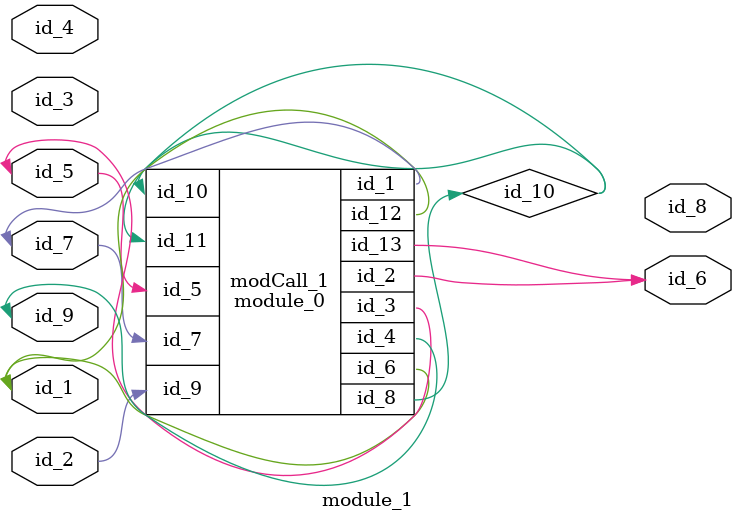
<source format=v>
module module_0 (
    id_1,
    id_2,
    id_3,
    id_4,
    id_5,
    id_6,
    id_7,
    id_8,
    id_9,
    id_10,
    id_11,
    id_12,
    id_13
);
  output wire id_13;
  output wire id_12;
  input wire id_11;
  input wire id_10;
  input wire id_9;
  inout wire id_8;
  input wire id_7;
  inout wire id_6;
  input wire id_5;
  inout wire id_4;
  inout wire id_3;
  output wire id_2;
  output wire id_1;
  wire id_14;
  assign id_8 = id_4;
  wire id_15;
endmodule
module module_1 (
    id_1,
    id_2,
    id_3,
    id_4,
    id_5,
    id_6,
    id_7,
    id_8,
    id_9
);
  inout wire id_9;
  output wire id_8;
  inout wire id_7;
  output wire id_6;
  inout wire id_5;
  input wire id_4;
  input wire id_3;
  input wire id_2;
  inout wire id_1;
  wire id_10;
  module_0 modCall_1 (
      id_7,
      id_6,
      id_5,
      id_9,
      id_5,
      id_1,
      id_7,
      id_10,
      id_2,
      id_10,
      id_10,
      id_1,
      id_6
  );
  wire id_11;
endmodule

</source>
